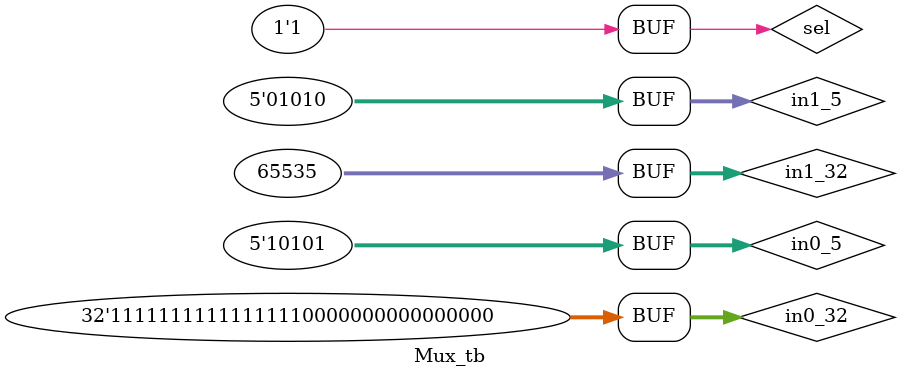
<source format=sv>
module Mux #(parameter N) (
input wire [N-1:0] input0, 
input wire [N-1:0] input1, 
input wire op, 
output wire [N-1:0] out);

assign out = (op) ? input1 : input0;
endmodule
// Test bench created by DeepSeek  
`timescale 1ns / 1ns  

module Mux_tb;  
  // Test both 5-bit and 32-bit Mux  
  reg  [4:0] in0_5, in1_5;  
  reg  [31:0] in0_32, in1_32;  
  reg  sel;  
  wire [4:0] out_5;  
  wire [31:0] out_32;  

  // Instantiate Mux (N=5)  
  Mux #(5) mux5 (  
    .input0(in0_5),  
    .input1(in1_5),  
    .op(sel),  
    .out(out_5)  
  );  

  // Instantiate Mux (N=32)  
  Mux #(32) mux32 (  
    .input0(in0_32),  
    .input1(in1_32),  
    .op(sel),  
    .out(out_32)  
  );  

  initial begin  
    // Test 5-bit Mux  
    in0_5 = 5'b10101;  
    in1_5 = 5'b01010;  
    sel = 0;  
    #10 sel = 1;  

    // Test 32-bit Mux  
    in0_32 = 32'hFFFF0000;  
    in1_32 = 32'h0000FFFF;  
    #10 sel = 0;  
    #10 sel = 1;  
  end  
endmodule  
</source>
